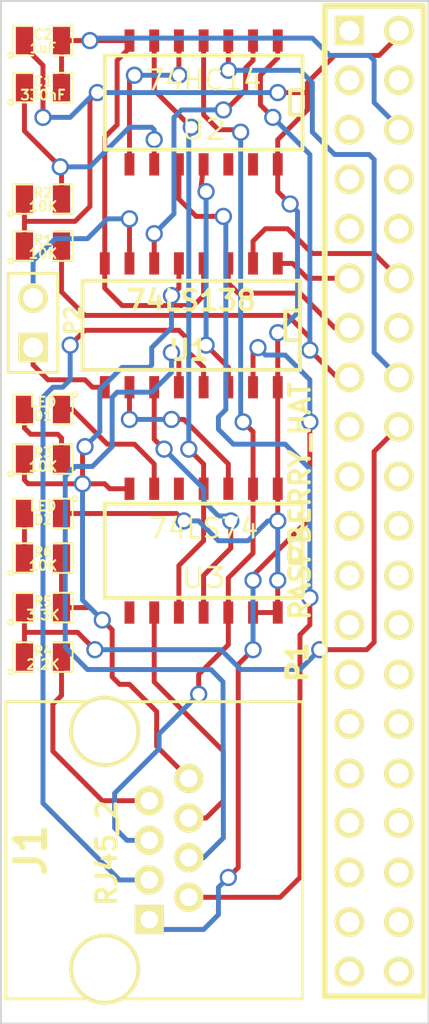
<source format=kicad_pcb>
(kicad_pcb (version 3) (host pcbnew "(22-Jun-2014 BZR 4027)-stable")

  (general
    (links 51)
    (no_connects 0)
    (area 15.418999 13.436599 37.617401 66.090001)
    (thickness 1.6)
    (drawings 4)
    (tracks 363)
    (zones 0)
    (modules 16)
    (nets 28)
  )

  (page A3)
  (layers
    (15 F.Cu signal)
    (0 B.Cu signal)
    (16 B.Adhes user)
    (17 F.Adhes user)
    (18 B.Paste user)
    (19 F.Paste user)
    (20 B.SilkS user)
    (21 F.SilkS user)
    (22 B.Mask user)
    (23 F.Mask user)
    (24 Dwgs.User user)
    (25 Cmts.User user)
    (26 Eco1.User user)
    (27 Eco2.User user)
    (28 Edge.Cuts user)
  )

  (setup
    (last_trace_width 0.254)
    (trace_clearance 0.254)
    (zone_clearance 0.508)
    (zone_45_only no)
    (trace_min 0.254)
    (segment_width 0.2)
    (edge_width 0.1)
    (via_size 0.889)
    (via_drill 0.635)
    (via_min_size 0.889)
    (via_min_drill 0.508)
    (uvia_size 0.508)
    (uvia_drill 0.127)
    (uvias_allowed no)
    (uvia_min_size 0.508)
    (uvia_min_drill 0.127)
    (pcb_text_width 0.3)
    (pcb_text_size 1.5 1.5)
    (mod_edge_width 0.15)
    (mod_text_size 1 1)
    (mod_text_width 0.15)
    (pad_size 1.5 1.5)
    (pad_drill 0.6)
    (pad_to_mask_clearance 0)
    (aux_axis_origin 0 0)
    (visible_elements 7FFFFFFF)
    (pcbplotparams
      (layerselection 3178497)
      (usegerberextensions true)
      (excludeedgelayer true)
      (linewidth 0.150000)
      (plotframeref false)
      (viasonmask false)
      (mode 1)
      (useauxorigin false)
      (hpglpennumber 1)
      (hpglpenspeed 20)
      (hpglpendiameter 15)
      (hpglpenoverlay 2)
      (psnegative false)
      (psa4output false)
      (plotreference true)
      (plotvalue true)
      (plotothertext true)
      (plotinvisibletext false)
      (padsonsilk false)
      (subtractmaskfromsilk false)
      (outputformat 1)
      (mirror false)
      (drillshape 1)
      (scaleselection 1)
      (outputdirectory ""))
  )

  (net 0 "")
  (net 1 +5V)
  (net 2 GND)
  (net 3 N-000001)
  (net 4 N-0000010)
  (net 5 N-0000011)
  (net 6 N-0000012)
  (net 7 N-0000013)
  (net 8 N-0000014)
  (net 9 N-0000015)
  (net 10 N-0000016)
  (net 11 N-0000017)
  (net 12 N-0000018)
  (net 13 N-000002)
  (net 14 N-0000020)
  (net 15 N-0000021)
  (net 16 N-0000022)
  (net 17 N-0000023)
  (net 18 N-000003)
  (net 19 N-0000030)
  (net 20 N-000004)
  (net 21 N-0000044)
  (net 22 N-0000045)
  (net 23 N-000005)
  (net 24 N-000006)
  (net 25 N-000007)
  (net 26 N-000008)
  (net 27 N-000009)

  (net_class Default "This is the default net class."
    (clearance 0.254)
    (trace_width 0.254)
    (via_dia 0.889)
    (via_drill 0.635)
    (uvia_dia 0.508)
    (uvia_drill 0.127)
    (add_net "")
    (add_net +5V)
    (add_net GND)
    (add_net N-000001)
    (add_net N-0000010)
    (add_net N-0000011)
    (add_net N-0000012)
    (add_net N-0000013)
    (add_net N-0000014)
    (add_net N-0000015)
    (add_net N-0000016)
    (add_net N-0000017)
    (add_net N-0000018)
    (add_net N-000002)
    (add_net N-0000020)
    (add_net N-0000021)
    (add_net N-0000022)
    (add_net N-0000023)
    (add_net N-000003)
    (add_net N-0000030)
    (add_net N-000004)
    (add_net N-0000044)
    (add_net N-0000045)
    (add_net N-000005)
    (add_net N-000006)
    (add_net N-000007)
    (add_net N-000008)
    (add_net N-000009)
  )

  (module SO16N (layer F.Cu) (tedit 200000) (tstamp 60DE0448)
    (at 25.273 30.226 180)
    (descr "Module CMS SOJ 16 pins large")
    (tags "CMS SOJ")
    (path /60DCB1DE)
    (attr smd)
    (fp_text reference U1 (at 0.127 -1.27 180) (layer F.SilkS)
      (effects (font (size 1.016 1.016) (thickness 0.2032)))
    )
    (fp_text value 74LS138 (at 0 1.27 180) (layer F.SilkS)
      (effects (font (size 1.016 1.016) (thickness 0.2032)))
    )
    (fp_line (start -5.588 -0.762) (end -4.826 -0.762) (layer F.SilkS) (width 0.2032))
    (fp_line (start -4.826 -0.762) (end -4.826 0.762) (layer F.SilkS) (width 0.2032))
    (fp_line (start -4.826 0.762) (end -5.588 0.762) (layer F.SilkS) (width 0.2032))
    (fp_line (start 5.588 -2.286) (end 5.588 2.286) (layer F.SilkS) (width 0.2032))
    (fp_line (start 5.588 2.286) (end -5.588 2.286) (layer F.SilkS) (width 0.2032))
    (fp_line (start -5.588 2.286) (end -5.588 -2.286) (layer F.SilkS) (width 0.2032))
    (fp_line (start -5.588 -2.286) (end 5.588 -2.286) (layer F.SilkS) (width 0.2032))
    (pad 16 smd rect (at -4.445 -3.175 180) (size 0.508 1.143)
      (layers F.Cu F.Paste F.Mask)
      (net 1 +5V)
    )
    (pad 14 smd rect (at -1.905 -3.175 180) (size 0.508 1.143)
      (layers F.Cu F.Paste F.Mask)
      (net 9 N-0000015)
    )
    (pad 13 smd rect (at -0.635 -3.175 180) (size 0.508 1.143)
      (layers F.Cu F.Paste F.Mask)
      (net 24 N-000006)
    )
    (pad 12 smd rect (at 0.635 -3.175 180) (size 0.508 1.143)
      (layers F.Cu F.Paste F.Mask)
      (net 7 N-0000013)
    )
    (pad 11 smd rect (at 1.905 -3.175 180) (size 0.508 1.143)
      (layers F.Cu F.Paste F.Mask)
      (net 20 N-000004)
    )
    (pad 10 smd rect (at 3.175 -3.175 180) (size 0.508 1.143)
      (layers F.Cu F.Paste F.Mask)
      (net 18 N-000003)
    )
    (pad 9 smd rect (at 4.445 -3.175 180) (size 0.508 1.143)
      (layers F.Cu F.Paste F.Mask)
      (net 12 N-0000018)
    )
    (pad 8 smd rect (at 4.445 3.175 180) (size 0.508 1.143)
      (layers F.Cu F.Paste F.Mask)
      (net 2 GND)
    )
    (pad 7 smd rect (at 3.175 3.175 180) (size 0.508 1.143)
      (layers F.Cu F.Paste F.Mask)
      (net 15 N-0000021)
    )
    (pad 6 smd rect (at 1.905 3.175 180) (size 0.508 1.143)
      (layers F.Cu F.Paste F.Mask)
      (net 4 N-0000010)
    )
    (pad 5 smd rect (at 0.635 3.175 180) (size 0.508 1.143)
      (layers F.Cu F.Paste F.Mask)
      (net 2 GND)
    )
    (pad 4 smd rect (at -0.635 3.175 180) (size 0.508 1.143)
      (layers F.Cu F.Paste F.Mask)
      (net 2 GND)
    )
    (pad 3 smd rect (at -1.905 3.175 180) (size 0.508 1.143)
      (layers F.Cu F.Paste F.Mask)
      (net 21 N-0000044)
    )
    (pad 2 smd rect (at -3.175 3.175 180) (size 0.508 1.143)
      (layers F.Cu F.Paste F.Mask)
      (net 19 N-0000030)
    )
    (pad 1 smd rect (at -4.445 3.175 180) (size 0.508 1.143)
      (layers F.Cu F.Paste F.Mask)
      (net 22 N-0000045)
    )
    (pad 15 smd rect (at -3.175 -3.175 180) (size 0.508 1.143)
      (layers F.Cu F.Paste F.Mask)
      (net 23 N-000005)
    )
    (model smd/cms_so16.wrl
      (at (xyz 0 0 0))
      (scale (xyz 0.5 0.4 0.5))
      (rotate (xyz 0 0 0))
    )
  )

  (module SO14N (layer F.Cu) (tedit 42806FE5) (tstamp 60DE0461)
    (at 25.908 18.923 180)
    (descr "Module CMS SOJ 14 pins Large")
    (tags "CMS SOJ")
    (path /60DCB147)
    (attr smd)
    (fp_text reference U2 (at 0 -1.27 180) (layer F.SilkS)
      (effects (font (size 1.016 1.143) (thickness 0.127)))
    )
    (fp_text value 74HC14 (at 0 1.27 180) (layer F.SilkS)
      (effects (font (size 1.016 1.016) (thickness 0.127)))
    )
    (fp_line (start 5.08 -2.286) (end 5.08 2.54) (layer F.SilkS) (width 0.2032))
    (fp_line (start 5.08 2.54) (end -5.08 2.54) (layer F.SilkS) (width 0.2032))
    (fp_line (start -5.08 2.54) (end -5.08 -2.286) (layer F.SilkS) (width 0.2032))
    (fp_line (start -5.08 -2.286) (end 5.08 -2.286) (layer F.SilkS) (width 0.2032))
    (fp_line (start -5.08 -0.508) (end -4.445 -0.508) (layer F.SilkS) (width 0.2032))
    (fp_line (start -4.445 -0.508) (end -4.445 0.762) (layer F.SilkS) (width 0.2032))
    (fp_line (start -4.445 0.762) (end -5.08 0.762) (layer F.SilkS) (width 0.2032))
    (pad 1 smd rect (at -3.81 3.302 180) (size 0.508 1.143)
      (layers F.Cu F.Paste F.Mask)
      (net 6 N-0000012)
    )
    (pad 2 smd rect (at -2.54 3.302 180) (size 0.508 1.143)
      (layers F.Cu F.Paste F.Mask)
      (net 4 N-0000010)
    )
    (pad 3 smd rect (at -1.27 3.302 180) (size 0.508 1.143)
      (layers F.Cu F.Paste F.Mask)
      (net 27 N-000009)
    )
    (pad 4 smd rect (at 0 3.302 180) (size 0.508 1.143)
      (layers F.Cu F.Paste F.Mask)
      (net 10 N-0000016)
    )
    (pad 5 smd rect (at 1.27 3.302 180) (size 0.508 1.143)
      (layers F.Cu F.Paste F.Mask)
      (net 11 N-0000017)
    )
    (pad 6 smd rect (at 2.54 3.302 180) (size 0.508 1.143)
      (layers F.Cu F.Paste F.Mask)
      (net 17 N-0000023)
    )
    (pad 7 smd rect (at 3.81 3.302 180) (size 0.508 1.143)
      (layers F.Cu F.Paste F.Mask)
      (net 2 GND)
    )
    (pad 8 smd rect (at 3.81 -3.048 180) (size 0.508 1.143)
      (layers F.Cu F.Paste F.Mask)
      (net 11 N-0000017)
    )
    (pad 9 smd rect (at 2.54 -3.048 180) (size 0.508 1.143)
      (layers F.Cu F.Paste F.Mask)
      (net 5 N-0000011)
    )
    (pad 11 smd rect (at 0 -3.048 180) (size 0.508 1.143)
      (layers F.Cu F.Paste F.Mask)
      (net 9 N-0000015)
    )
    (pad 12 smd rect (at -1.27 -3.048 180) (size 0.508 1.143)
      (layers F.Cu F.Paste F.Mask)
    )
    (pad 13 smd rect (at -2.54 -3.048 180) (size 0.508 1.143)
      (layers F.Cu F.Paste F.Mask)
    )
    (pad 14 smd rect (at -3.81 -3.048 180) (size 0.508 1.143)
      (layers F.Cu F.Paste F.Mask)
      (net 1 +5V)
    )
    (pad 10 smd rect (at 1.27 -3.048 180) (size 0.508 1.143)
      (layers F.Cu F.Paste F.Mask)
      (net 8 N-0000014)
    )
    (model smd/cms_so14.wrl
      (at (xyz 0 0 0))
      (scale (xyz 0.5 0.4 0.5))
      (rotate (xyz 0 0 0))
    )
  )

  (module SO14N (layer F.Cu) (tedit 42806FE5) (tstamp 60DE047A)
    (at 25.908 41.91 180)
    (descr "Module CMS SOJ 14 pins Large")
    (tags "CMS SOJ")
    (path /60DCB21B)
    (attr smd)
    (fp_text reference U3 (at 0 -1.27 180) (layer F.SilkS)
      (effects (font (size 1.016 1.143) (thickness 0.127)))
    )
    (fp_text value 74LS74 (at 0 1.27 180) (layer F.SilkS)
      (effects (font (size 1.016 1.016) (thickness 0.127)))
    )
    (fp_line (start 5.08 -2.286) (end 5.08 2.54) (layer F.SilkS) (width 0.2032))
    (fp_line (start 5.08 2.54) (end -5.08 2.54) (layer F.SilkS) (width 0.2032))
    (fp_line (start -5.08 2.54) (end -5.08 -2.286) (layer F.SilkS) (width 0.2032))
    (fp_line (start -5.08 -2.286) (end 5.08 -2.286) (layer F.SilkS) (width 0.2032))
    (fp_line (start -5.08 -0.508) (end -4.445 -0.508) (layer F.SilkS) (width 0.2032))
    (fp_line (start -4.445 -0.508) (end -4.445 0.762) (layer F.SilkS) (width 0.2032))
    (fp_line (start -4.445 0.762) (end -5.08 0.762) (layer F.SilkS) (width 0.2032))
    (pad 1 smd rect (at -3.81 3.302 180) (size 0.508 1.143)
      (layers F.Cu F.Paste F.Mask)
      (net 1 +5V)
    )
    (pad 2 smd rect (at -2.54 3.302 180) (size 0.508 1.143)
      (layers F.Cu F.Paste F.Mask)
      (net 10 N-0000016)
    )
    (pad 3 smd rect (at -1.27 3.302 180) (size 0.508 1.143)
      (layers F.Cu F.Paste F.Mask)
      (net 18 N-000003)
    )
    (pad 4 smd rect (at 0 3.302 180) (size 0.508 1.143)
      (layers F.Cu F.Paste F.Mask)
      (net 17 N-0000023)
    )
    (pad 5 smd rect (at 1.27 3.302 180) (size 0.508 1.143)
      (layers F.Cu F.Paste F.Mask)
    )
    (pad 6 smd rect (at 2.54 3.302 180) (size 0.508 1.143)
      (layers F.Cu F.Paste F.Mask)
      (net 13 N-000002)
    )
    (pad 7 smd rect (at 3.81 3.302 180) (size 0.508 1.143)
      (layers F.Cu F.Paste F.Mask)
      (net 2 GND)
    )
    (pad 8 smd rect (at 3.81 -3.048 180) (size 0.508 1.143)
      (layers F.Cu F.Paste F.Mask)
    )
    (pad 9 smd rect (at 2.54 -3.048 180) (size 0.508 1.143)
      (layers F.Cu F.Paste F.Mask)
      (net 16 N-0000022)
    )
    (pad 11 smd rect (at 0 -3.048 180) (size 0.508 1.143)
      (layers F.Cu F.Paste F.Mask)
      (net 20 N-000004)
    )
    (pad 12 smd rect (at -1.27 -3.048 180) (size 0.508 1.143)
      (layers F.Cu F.Paste F.Mask)
      (net 10 N-0000016)
    )
    (pad 13 smd rect (at -2.54 -3.048 180) (size 0.508 1.143)
      (layers F.Cu F.Paste F.Mask)
      (net 1 +5V)
    )
    (pad 14 smd rect (at -3.81 -3.048 180) (size 0.508 1.143)
      (layers F.Cu F.Paste F.Mask)
      (net 1 +5V)
    )
    (pad 10 smd rect (at 1.27 -3.048 180) (size 0.508 1.143)
      (layers F.Cu F.Paste F.Mask)
      (net 17 N-0000023)
    )
    (model smd/cms_so14.wrl
      (at (xyz 0 0 0))
      (scale (xyz 0.5 0.4 0.5))
      (rotate (xyz 0 0 0))
    )
  )

  (module SM0805 (layer F.Cu) (tedit 5091495C) (tstamp 60DE0487)
    (at 17.653 26.162)
    (path /60DCB2BA)
    (attr smd)
    (fp_text reference R1 (at 0 -0.3175) (layer F.SilkS)
      (effects (font (size 0.50038 0.50038) (thickness 0.10922)))
    )
    (fp_text value 10K (at 0 0.381) (layer F.SilkS)
      (effects (font (size 0.50038 0.50038) (thickness 0.10922)))
    )
    (fp_circle (center -1.651 0.762) (end -1.651 0.635) (layer F.SilkS) (width 0.09906))
    (fp_line (start -0.508 0.762) (end -1.524 0.762) (layer F.SilkS) (width 0.09906))
    (fp_line (start -1.524 0.762) (end -1.524 -0.762) (layer F.SilkS) (width 0.09906))
    (fp_line (start -1.524 -0.762) (end -0.508 -0.762) (layer F.SilkS) (width 0.09906))
    (fp_line (start 0.508 -0.762) (end 1.524 -0.762) (layer F.SilkS) (width 0.09906))
    (fp_line (start 1.524 -0.762) (end 1.524 0.762) (layer F.SilkS) (width 0.09906))
    (fp_line (start 1.524 0.762) (end 0.508 0.762) (layer F.SilkS) (width 0.09906))
    (pad 1 smd rect (at -0.9525 0) (size 0.889 1.397)
      (layers F.Cu F.Paste F.Mask)
      (net 1 +5V)
    )
    (pad 2 smd rect (at 0.9525 0) (size 0.889 1.397)
      (layers F.Cu F.Paste F.Mask)
      (net 6 N-0000012)
    )
    (model smd/chip_cms.wrl
      (at (xyz 0 0 0))
      (scale (xyz 0.1 0.1 0.1))
      (rotate (xyz 0 0 0))
    )
  )

  (module SM0805 (layer F.Cu) (tedit 5091495C) (tstamp 60DE0494)
    (at 17.653 44.704)
    (path /60DCB2C9)
    (attr smd)
    (fp_text reference R5 (at 0 -0.3175) (layer F.SilkS)
      (effects (font (size 0.50038 0.50038) (thickness 0.10922)))
    )
    (fp_text value 3.3K (at 0 0.381) (layer F.SilkS)
      (effects (font (size 0.50038 0.50038) (thickness 0.10922)))
    )
    (fp_circle (center -1.651 0.762) (end -1.651 0.635) (layer F.SilkS) (width 0.09906))
    (fp_line (start -0.508 0.762) (end -1.524 0.762) (layer F.SilkS) (width 0.09906))
    (fp_line (start -1.524 0.762) (end -1.524 -0.762) (layer F.SilkS) (width 0.09906))
    (fp_line (start -1.524 -0.762) (end -0.508 -0.762) (layer F.SilkS) (width 0.09906))
    (fp_line (start 0.508 -0.762) (end 1.524 -0.762) (layer F.SilkS) (width 0.09906))
    (fp_line (start 1.524 -0.762) (end 1.524 0.762) (layer F.SilkS) (width 0.09906))
    (fp_line (start 1.524 0.762) (end 0.508 0.762) (layer F.SilkS) (width 0.09906))
    (pad 1 smd rect (at -0.9525 0) (size 0.889 1.397)
      (layers F.Cu F.Paste F.Mask)
      (net 25 N-000007)
    )
    (pad 2 smd rect (at 0.9525 0) (size 0.889 1.397)
      (layers F.Cu F.Paste F.Mask)
      (net 2 GND)
    )
    (model smd/chip_cms.wrl
      (at (xyz 0 0 0))
      (scale (xyz 0.1 0.1 0.1))
      (rotate (xyz 0 0 0))
    )
  )

  (module SM0805 (layer F.Cu) (tedit 5091495C) (tstamp 60DE04AE)
    (at 17.653 37.084)
    (path /60DCB2E7)
    (attr smd)
    (fp_text reference R3 (at 0 -0.3175) (layer F.SilkS)
      (effects (font (size 0.50038 0.50038) (thickness 0.10922)))
    )
    (fp_text value 10K (at 0 0.381) (layer F.SilkS)
      (effects (font (size 0.50038 0.50038) (thickness 0.10922)))
    )
    (fp_circle (center -1.651 0.762) (end -1.651 0.635) (layer F.SilkS) (width 0.09906))
    (fp_line (start -0.508 0.762) (end -1.524 0.762) (layer F.SilkS) (width 0.09906))
    (fp_line (start -1.524 0.762) (end -1.524 -0.762) (layer F.SilkS) (width 0.09906))
    (fp_line (start -1.524 -0.762) (end -0.508 -0.762) (layer F.SilkS) (width 0.09906))
    (fp_line (start 0.508 -0.762) (end 1.524 -0.762) (layer F.SilkS) (width 0.09906))
    (fp_line (start 1.524 -0.762) (end 1.524 0.762) (layer F.SilkS) (width 0.09906))
    (fp_line (start 1.524 0.762) (end 0.508 0.762) (layer F.SilkS) (width 0.09906))
    (pad 1 smd rect (at -0.9525 0) (size 0.889 1.397)
      (layers F.Cu F.Paste F.Mask)
      (net 2 GND)
    )
    (pad 2 smd rect (at 0.9525 0) (size 0.889 1.397)
      (layers F.Cu F.Paste F.Mask)
      (net 3 N-000001)
    )
    (model smd/chip_cms.wrl
      (at (xyz 0 0 0))
      (scale (xyz 0.1 0.1 0.1))
      (rotate (xyz 0 0 0))
    )
  )

  (module SM0805 (layer F.Cu) (tedit 5091495C) (tstamp 60DE04BB)
    (at 17.653 42.164)
    (path /610E0C25)
    (attr smd)
    (fp_text reference R6 (at 0 -0.3175) (layer F.SilkS)
      (effects (font (size 0.50038 0.50038) (thickness 0.10922)))
    )
    (fp_text value 10K (at 0 0.381) (layer F.SilkS)
      (effects (font (size 0.50038 0.50038) (thickness 0.10922)))
    )
    (fp_circle (center -1.651 0.762) (end -1.651 0.635) (layer F.SilkS) (width 0.09906))
    (fp_line (start -0.508 0.762) (end -1.524 0.762) (layer F.SilkS) (width 0.09906))
    (fp_line (start -1.524 0.762) (end -1.524 -0.762) (layer F.SilkS) (width 0.09906))
    (fp_line (start -1.524 -0.762) (end -0.508 -0.762) (layer F.SilkS) (width 0.09906))
    (fp_line (start 0.508 -0.762) (end 1.524 -0.762) (layer F.SilkS) (width 0.09906))
    (fp_line (start 1.524 -0.762) (end 1.524 0.762) (layer F.SilkS) (width 0.09906))
    (fp_line (start 1.524 0.762) (end 0.508 0.762) (layer F.SilkS) (width 0.09906))
    (pad 1 smd rect (at -0.9525 0) (size 0.889 1.397)
      (layers F.Cu F.Paste F.Mask)
      (net 14 N-0000020)
    )
    (pad 2 smd rect (at 0.9525 0) (size 0.889 1.397)
      (layers F.Cu F.Paste F.Mask)
      (net 2 GND)
    )
    (model smd/chip_cms.wrl
      (at (xyz 0 0 0))
      (scale (xyz 0.1 0.1 0.1))
      (rotate (xyz 0 0 0))
    )
  )

  (module SM0805 (layer F.Cu) (tedit 5091495C) (tstamp 60DE04C8)
    (at 17.653 34.544 180)
    (path /60DCB305)
    (attr smd)
    (fp_text reference D1 (at 0 -0.3175 180) (layer F.SilkS)
      (effects (font (size 0.50038 0.50038) (thickness 0.10922)))
    )
    (fp_text value LED (at 0 0.381 180) (layer F.SilkS)
      (effects (font (size 0.50038 0.50038) (thickness 0.10922)))
    )
    (fp_circle (center -1.651 0.762) (end -1.651 0.635) (layer F.SilkS) (width 0.09906))
    (fp_line (start -0.508 0.762) (end -1.524 0.762) (layer F.SilkS) (width 0.09906))
    (fp_line (start -1.524 0.762) (end -1.524 -0.762) (layer F.SilkS) (width 0.09906))
    (fp_line (start -1.524 -0.762) (end -0.508 -0.762) (layer F.SilkS) (width 0.09906))
    (fp_line (start 0.508 -0.762) (end 1.524 -0.762) (layer F.SilkS) (width 0.09906))
    (fp_line (start 1.524 -0.762) (end 1.524 0.762) (layer F.SilkS) (width 0.09906))
    (fp_line (start 1.524 0.762) (end 0.508 0.762) (layer F.SilkS) (width 0.09906))
    (pad 1 smd rect (at -0.9525 0 180) (size 0.889 1.397)
      (layers F.Cu F.Paste F.Mask)
      (net 13 N-000002)
    )
    (pad 2 smd rect (at 0.9525 0 180) (size 0.889 1.397)
      (layers F.Cu F.Paste F.Mask)
      (net 3 N-000001)
    )
    (model smd/chip_cms.wrl
      (at (xyz 0 0 0))
      (scale (xyz 0.1 0.1 0.1))
      (rotate (xyz 0 0 0))
    )
  )

  (module SM0805 (layer F.Cu) (tedit 5091495C) (tstamp 60DE04D5)
    (at 17.653 23.749)
    (path /60DCB314)
    (attr smd)
    (fp_text reference R2 (at 0 -0.3175) (layer F.SilkS)
      (effects (font (size 0.50038 0.50038) (thickness 0.10922)))
    )
    (fp_text value 10K (at 0 0.381) (layer F.SilkS)
      (effects (font (size 0.50038 0.50038) (thickness 0.10922)))
    )
    (fp_circle (center -1.651 0.762) (end -1.651 0.635) (layer F.SilkS) (width 0.09906))
    (fp_line (start -0.508 0.762) (end -1.524 0.762) (layer F.SilkS) (width 0.09906))
    (fp_line (start -1.524 0.762) (end -1.524 -0.762) (layer F.SilkS) (width 0.09906))
    (fp_line (start -1.524 -0.762) (end -0.508 -0.762) (layer F.SilkS) (width 0.09906))
    (fp_line (start 0.508 -0.762) (end 1.524 -0.762) (layer F.SilkS) (width 0.09906))
    (fp_line (start 1.524 -0.762) (end 1.524 0.762) (layer F.SilkS) (width 0.09906))
    (fp_line (start 1.524 0.762) (end 0.508 0.762) (layer F.SilkS) (width 0.09906))
    (pad 1 smd rect (at -0.9525 0) (size 0.889 1.397)
      (layers F.Cu F.Paste F.Mask)
      (net 1 +5V)
    )
    (pad 2 smd rect (at 0.9525 0) (size 0.889 1.397)
      (layers F.Cu F.Paste F.Mask)
      (net 5 N-0000011)
    )
    (model smd/chip_cms.wrl
      (at (xyz 0 0 0))
      (scale (xyz 0.1 0.1 0.1))
      (rotate (xyz 0 0 0))
    )
  )

  (module SM0805 (layer F.Cu) (tedit 5091495C) (tstamp 60DE04E2)
    (at 17.653 47.244)
    (path /60DCC10C)
    (attr smd)
    (fp_text reference R4 (at 0 -0.3175) (layer F.SilkS)
      (effects (font (size 0.50038 0.50038) (thickness 0.10922)))
    )
    (fp_text value 2.2K (at 0 0.381) (layer F.SilkS)
      (effects (font (size 0.50038 0.50038) (thickness 0.10922)))
    )
    (fp_circle (center -1.651 0.762) (end -1.651 0.635) (layer F.SilkS) (width 0.09906))
    (fp_line (start -0.508 0.762) (end -1.524 0.762) (layer F.SilkS) (width 0.09906))
    (fp_line (start -1.524 0.762) (end -1.524 -0.762) (layer F.SilkS) (width 0.09906))
    (fp_line (start -1.524 -0.762) (end -0.508 -0.762) (layer F.SilkS) (width 0.09906))
    (fp_line (start 0.508 -0.762) (end 1.524 -0.762) (layer F.SilkS) (width 0.09906))
    (fp_line (start 1.524 -0.762) (end 1.524 0.762) (layer F.SilkS) (width 0.09906))
    (fp_line (start 1.524 0.762) (end 0.508 0.762) (layer F.SilkS) (width 0.09906))
    (pad 1 smd rect (at -0.9525 0) (size 0.889 1.397)
      (layers F.Cu F.Paste F.Mask)
      (net 25 N-000007)
    )
    (pad 2 smd rect (at 0.9525 0) (size 0.889 1.397)
      (layers F.Cu F.Paste F.Mask)
      (net 26 N-000008)
    )
    (model smd/chip_cms.wrl
      (at (xyz 0 0 0))
      (scale (xyz 0.1 0.1 0.1))
      (rotate (xyz 0 0 0))
    )
  )

  (module RJ45_8_io0 (layer F.Cu) (tedit 5E9D6976) (tstamp 60DE04F4)
    (at 20.828 57.15 270)
    (tags RJ45_8_io0)
    (path /60DCB7A3)
    (fp_text reference J1 (at 0 3.81 270) (layer F.SilkS)
      (effects (font (size 1.524 1.524) (thickness 0.3048)))
    )
    (fp_text value RJ45_2 (at 0.14224 -0.1016 270) (layer F.SilkS)
      (effects (font (size 1.00076 1.00076) (thickness 0.2032)))
    )
    (fp_line (start 7.62 -10.16) (end 7.62 5.08) (layer F.SilkS) (width 0.15))
    (fp_line (start -7.62 5.08) (end 7.62 5.08) (layer F.SilkS) (width 0.15))
    (fp_line (start -7.62 -10.16) (end -7.62 5.08) (layer F.SilkS) (width 0.15))
    (fp_line (start 7.62 -10.16) (end -7.62 -10.16) (layer F.SilkS) (width 0.127))
    (pad Hole thru_hole circle (at 6.096 0 270) (size 3.64998 3.64998) (drill 3.2512)
      (layers *.Cu *.Mask F.SilkS)
    )
    (pad Hole thru_hole circle (at -6.096 0 270) (size 3.64998 3.64998) (drill 3.2512)
      (layers *.Cu *.Mask F.SilkS)
    )
    (pad 1 thru_hole rect (at 3.556 -2.286 90) (size 1.50114 1.50114) (drill 0.89916)
      (layers *.Cu *.Mask F.SilkS)
      (net 23 N-000005)
    )
    (pad 2 thru_hole circle (at 2.413 -4.318 90) (size 1.50114 1.50114) (drill 0.89916)
      (layers *.Cu *.Mask F.SilkS)
      (net 8 N-0000014)
    )
    (pad 3 thru_hole circle (at 1.524 -2.286 90) (size 1.50114 1.50114) (drill 0.89916)
      (layers *.Cu *.Mask F.SilkS)
      (net 24 N-000006)
    )
    (pad 4 thru_hole circle (at 0.381 -4.318 90) (size 1.50114 1.50114) (drill 0.89916)
      (layers *.Cu *.Mask F.SilkS)
      (net 7 N-0000013)
    )
    (pad 5 thru_hole circle (at -0.508 -2.286 90) (size 1.50114 1.50114) (drill 0.89916)
      (layers *.Cu *.Mask F.SilkS)
      (net 10 N-0000016)
    )
    (pad 6 thru_hole circle (at -1.651 -4.318 90) (size 1.50114 1.50114) (drill 0.89916)
      (layers *.Cu *.Mask F.SilkS)
      (net 16 N-0000022)
    )
    (pad 7 thru_hole circle (at -2.54 -2.286 90) (size 1.50114 1.50114) (drill 0.89916)
      (layers *.Cu *.Mask F.SilkS)
      (net 26 N-000008)
    )
    (pad 8 thru_hole circle (at -3.683 -4.318 90) (size 1.50114 1.50114) (drill 0.89916)
      (layers *.Cu *.Mask F.SilkS)
      (net 2 GND)
    )
    (model connectors/RJ45_8.wrl
      (at (xyz 0 0 0))
      (scale (xyz 0.4 0.4 0.4))
      (rotate (xyz 0 0 0))
    )
  )

  (module PIN_ARRAY_20X2 (layer F.Cu) (tedit 60DE0739) (tstamp 60DE0524)
    (at 34.671 39.243 270)
    (descr "Double rangee de contacts 2 x 12 pins")
    (tags CONN)
    (path /60DCB28D)
    (fp_text reference P1 (at 8.255 3.937 270) (layer F.SilkS)
      (effects (font (size 1.016 1.016) (thickness 0.27432)))
    )
    (fp_text value RASPBERRY_HAT (at 0 3.81 270) (layer F.SilkS)
      (effects (font (size 1.016 1.016) (thickness 0.2032)))
    )
    (fp_line (start 25.4 2.54) (end -25.4 2.54) (layer F.SilkS) (width 0.3048))
    (fp_line (start 25.4 -2.54) (end -25.4 -2.54) (layer F.SilkS) (width 0.3048))
    (fp_line (start 25.4 -2.54) (end 25.4 2.54) (layer F.SilkS) (width 0.3048))
    (fp_line (start -25.4 -2.54) (end -25.4 2.54) (layer F.SilkS) (width 0.3048))
    (pad 1 thru_hole rect (at -24.13 1.27 270) (size 1.524 1.524) (drill 1.016)
      (layers *.Cu *.Mask F.SilkS)
    )
    (pad 2 thru_hole circle (at -24.13 -1.27 270) (size 1.524 1.524) (drill 1.016)
      (layers *.Cu *.Mask F.SilkS)
      (net 1 +5V)
    )
    (pad 11 thru_hole circle (at -11.43 1.27 270) (size 1.524 1.524) (drill 1.016)
      (layers *.Cu *.Mask F.SilkS)
      (net 22 N-0000045)
    )
    (pad 4 thru_hole circle (at -21.59 -1.27 270) (size 1.524 1.524) (drill 1.016)
      (layers *.Cu *.Mask F.SilkS)
    )
    (pad 13 thru_hole circle (at -8.89 1.27 270) (size 1.524 1.524) (drill 1.016)
      (layers *.Cu *.Mask F.SilkS)
      (net 21 N-0000044)
    )
    (pad 6 thru_hole circle (at -19.05 -1.27 270) (size 1.524 1.524) (drill 1.016)
      (layers *.Cu *.Mask F.SilkS)
      (net 2 GND)
    )
    (pad 15 thru_hole circle (at -6.35 1.27 270) (size 1.524 1.524) (drill 1.016)
      (layers *.Cu *.Mask F.SilkS)
      (net 6 N-0000012)
    )
    (pad 8 thru_hole circle (at -16.51 -1.27 270) (size 1.524 1.524) (drill 1.016)
      (layers *.Cu *.Mask F.SilkS)
    )
    (pad 17 thru_hole circle (at -3.81 1.27 270) (size 1.524 1.524) (drill 1.016)
      (layers *.Cu *.Mask F.SilkS)
    )
    (pad 10 thru_hole circle (at -13.97 -1.27 270) (size 1.524 1.524) (drill 1.016)
      (layers *.Cu *.Mask F.SilkS)
    )
    (pad 19 thru_hole circle (at -1.27 1.27 270) (size 1.524 1.524) (drill 1.016)
      (layers *.Cu *.Mask F.SilkS)
    )
    (pad 12 thru_hole circle (at -11.43 -1.27 270) (size 1.524 1.524) (drill 1.016)
      (layers *.Cu *.Mask F.SilkS)
      (net 19 N-0000030)
    )
    (pad 21 thru_hole circle (at 1.27 1.27 270) (size 1.524 1.524) (drill 1.016)
      (layers *.Cu *.Mask F.SilkS)
    )
    (pad 14 thru_hole circle (at -8.89 -1.27 270) (size 1.524 1.524) (drill 1.016)
      (layers *.Cu *.Mask F.SilkS)
    )
    (pad 23 thru_hole circle (at 3.81 1.27 270) (size 1.524 1.524) (drill 1.016)
      (layers *.Cu *.Mask F.SilkS)
    )
    (pad 16 thru_hole circle (at -6.35 -1.27 270) (size 1.524 1.524) (drill 1.016)
      (layers *.Cu *.Mask F.SilkS)
      (net 27 N-000009)
    )
    (pad 25 thru_hole circle (at 6.35 1.27 270) (size 1.524 1.524) (drill 1.016)
      (layers *.Cu *.Mask F.SilkS)
    )
    (pad 18 thru_hole circle (at -3.81 -1.27 270) (size 1.524 1.524) (drill 1.016)
      (layers *.Cu *.Mask F.SilkS)
      (net 25 N-000007)
    )
    (pad 27 thru_hole circle (at 8.89 1.27 270) (size 1.524 1.524) (drill 1.016)
      (layers *.Cu *.Mask F.SilkS)
    )
    (pad 20 thru_hole circle (at -1.27 -1.27 270) (size 1.524 1.524) (drill 1.016)
      (layers *.Cu *.Mask F.SilkS)
    )
    (pad 29 thru_hole circle (at 11.43 1.27 270) (size 1.524 1.524) (drill 1.016)
      (layers *.Cu *.Mask F.SilkS)
    )
    (pad 22 thru_hole circle (at 1.27 -1.27 270) (size 1.524 1.524) (drill 1.016)
      (layers *.Cu *.Mask F.SilkS)
    )
    (pad 31 thru_hole circle (at 13.97 1.27 270) (size 1.524 1.524) (drill 1.016)
      (layers *.Cu *.Mask F.SilkS)
    )
    (pad 24 thru_hole circle (at 3.81 -1.27 270) (size 1.524 1.524) (drill 1.016)
      (layers *.Cu *.Mask F.SilkS)
    )
    (pad 26 thru_hole circle (at 6.35 -1.27 270) (size 1.524 1.524) (drill 1.016)
      (layers *.Cu *.Mask F.SilkS)
    )
    (pad 33 thru_hole circle (at 16.51 1.27 270) (size 1.524 1.524) (drill 1.016)
      (layers *.Cu *.Mask F.SilkS)
    )
    (pad 28 thru_hole circle (at 8.89 -1.27 270) (size 1.524 1.524) (drill 1.016)
      (layers *.Cu *.Mask F.SilkS)
    )
    (pad 32 thru_hole circle (at 13.97 -1.27 270) (size 1.524 1.524) (drill 1.016)
      (layers *.Cu *.Mask F.SilkS)
    )
    (pad 34 thru_hole circle (at 16.51 -1.27 270) (size 1.524 1.524) (drill 1.016)
      (layers *.Cu *.Mask F.SilkS)
    )
    (pad 36 thru_hole circle (at 19.05 -1.27 270) (size 1.524 1.524) (drill 1.016)
      (layers *.Cu *.Mask F.SilkS)
    )
    (pad 38 thru_hole circle (at 21.59 -1.27 270) (size 1.524 1.524) (drill 1.016)
      (layers *.Cu *.Mask F.SilkS)
    )
    (pad 35 thru_hole circle (at 19.05 1.27 270) (size 1.524 1.524) (drill 1.016)
      (layers *.Cu *.Mask F.SilkS)
    )
    (pad 37 thru_hole circle (at 21.59 1.27 270) (size 1.524 1.524) (drill 1.016)
      (layers *.Cu *.Mask F.SilkS)
    )
    (pad 3 thru_hole circle (at -21.59 1.27 270) (size 1.524 1.524) (drill 1.016)
      (layers *.Cu *.Mask F.SilkS)
    )
    (pad 5 thru_hole circle (at -19.05 1.27 270) (size 1.524 1.524) (drill 1.016)
      (layers *.Cu *.Mask F.SilkS)
    )
    (pad 7 thru_hole circle (at -16.51 1.27 270) (size 1.524 1.524) (drill 1.016)
      (layers *.Cu *.Mask F.SilkS)
    )
    (pad 9 thru_hole circle (at -13.97 1.27 270) (size 1.524 1.524) (drill 1.016)
      (layers *.Cu *.Mask F.SilkS)
    )
    (pad 39 thru_hole circle (at 24.13 1.27 270) (size 1.524 1.524) (drill 1.016)
      (layers *.Cu *.Mask F.SilkS)
    )
    (pad 40 thru_hole circle (at 24.13 -1.27 270) (size 1.524 1.524) (drill 1.016)
      (layers *.Cu *.Mask F.SilkS)
    )
    (pad 30 thru_hole circle (at 11.43 -1.27 270) (size 1.524 1.524) (drill 1.016)
      (layers *.Cu *.Mask F.SilkS)
    )
    (model pin_array/pins_array_20x2.wrl
      (at (xyz 0 0 0))
      (scale (xyz 1 1 1))
      (rotate (xyz 0 0 0))
    )
  )

  (module PIN_ARRAY_2X1 (layer F.Cu) (tedit 610E13CE) (tstamp 61098646)
    (at 17.145 30.099 90)
    (descr "Connecteurs 2 pins")
    (tags "CONN DEV")
    (path /6109862A)
    (fp_text reference P2 (at 0.127 2.032 90) (layer F.SilkS)
      (effects (font (size 0.762 0.762) (thickness 0.1524)))
    )
    (fp_text value CONN_2 (at 0 1.016 90) (layer F.SilkS) hide
      (effects (font (size 0.762 0.762) (thickness 0.1524)))
    )
    (fp_line (start -2.54 1.27) (end -2.54 -1.27) (layer F.SilkS) (width 0.1524))
    (fp_line (start -2.54 -1.27) (end 2.54 -1.27) (layer F.SilkS) (width 0.1524))
    (fp_line (start 2.54 -1.27) (end 2.54 1.27) (layer F.SilkS) (width 0.1524))
    (fp_line (start 2.54 1.27) (end -2.54 1.27) (layer F.SilkS) (width 0.1524))
    (pad 1 thru_hole rect (at -1.27 0 90) (size 1.524 1.524) (drill 1.016)
      (layers *.Cu *.Mask F.SilkS)
      (net 12 N-0000018)
    )
    (pad 2 thru_hole circle (at 1.27 0 90) (size 1.524 1.524) (drill 1.016)
      (layers *.Cu *.Mask F.SilkS)
      (net 15 N-0000021)
    )
    (model pin_array/pins_array_2x1.wrl
      (at (xyz 0 0 0))
      (scale (xyz 1 1 1))
      (rotate (xyz 0 0 0))
    )
  )

  (module SM0805 (layer F.Cu) (tedit 5091495C) (tstamp 610E0D5F)
    (at 17.653 39.878 180)
    (path /610E0C16)
    (attr smd)
    (fp_text reference D2 (at 0 -0.3175 180) (layer F.SilkS)
      (effects (font (size 0.50038 0.50038) (thickness 0.10922)))
    )
    (fp_text value LED (at 0 0.381 180) (layer F.SilkS)
      (effects (font (size 0.50038 0.50038) (thickness 0.10922)))
    )
    (fp_circle (center -1.651 0.762) (end -1.651 0.635) (layer F.SilkS) (width 0.09906))
    (fp_line (start -0.508 0.762) (end -1.524 0.762) (layer F.SilkS) (width 0.09906))
    (fp_line (start -1.524 0.762) (end -1.524 -0.762) (layer F.SilkS) (width 0.09906))
    (fp_line (start -1.524 -0.762) (end -0.508 -0.762) (layer F.SilkS) (width 0.09906))
    (fp_line (start 0.508 -0.762) (end 1.524 -0.762) (layer F.SilkS) (width 0.09906))
    (fp_line (start 1.524 -0.762) (end 1.524 0.762) (layer F.SilkS) (width 0.09906))
    (fp_line (start 1.524 0.762) (end 0.508 0.762) (layer F.SilkS) (width 0.09906))
    (pad 1 smd rect (at -0.9525 0 180) (size 0.889 1.397)
      (layers F.Cu F.Paste F.Mask)
      (net 1 +5V)
    )
    (pad 2 smd rect (at 0.9525 0 180) (size 0.889 1.397)
      (layers F.Cu F.Paste F.Mask)
      (net 14 N-0000020)
    )
    (model smd/chip_cms.wrl
      (at (xyz 0 0 0))
      (scale (xyz 0.1 0.1 0.1))
      (rotate (xyz 0 0 0))
    )
  )

  (module SM0805 (layer F.Cu) (tedit 5091495C) (tstamp 610E0FF9)
    (at 17.653 15.621)
    (path /60E96E76)
    (attr smd)
    (fp_text reference C2 (at 0 -0.3175) (layer F.SilkS)
      (effects (font (size 0.50038 0.50038) (thickness 0.10922)))
    )
    (fp_text value 1uF (at 0 0.381) (layer F.SilkS)
      (effects (font (size 0.50038 0.50038) (thickness 0.10922)))
    )
    (fp_circle (center -1.651 0.762) (end -1.651 0.635) (layer F.SilkS) (width 0.09906))
    (fp_line (start -0.508 0.762) (end -1.524 0.762) (layer F.SilkS) (width 0.09906))
    (fp_line (start -1.524 0.762) (end -1.524 -0.762) (layer F.SilkS) (width 0.09906))
    (fp_line (start -1.524 -0.762) (end -0.508 -0.762) (layer F.SilkS) (width 0.09906))
    (fp_line (start 0.508 -0.762) (end 1.524 -0.762) (layer F.SilkS) (width 0.09906))
    (fp_line (start 1.524 -0.762) (end 1.524 0.762) (layer F.SilkS) (width 0.09906))
    (fp_line (start 1.524 0.762) (end 0.508 0.762) (layer F.SilkS) (width 0.09906))
    (pad 1 smd rect (at -0.9525 0) (size 0.889 1.397)
      (layers F.Cu F.Paste F.Mask)
      (net 1 +5V)
    )
    (pad 2 smd rect (at 0.9525 0) (size 0.889 1.397)
      (layers F.Cu F.Paste F.Mask)
      (net 2 GND)
    )
    (model smd/chip_cms.wrl
      (at (xyz 0 0 0))
      (scale (xyz 0.1 0.1 0.1))
      (rotate (xyz 0 0 0))
    )
  )

  (module SM0805 (layer F.Cu) (tedit 5091495C) (tstamp 60DE052E)
    (at 17.653 18.034)
    (path /60DCB332)
    (attr smd)
    (fp_text reference C1 (at 0 -0.3175) (layer F.SilkS)
      (effects (font (size 0.50038 0.50038) (thickness 0.10922)))
    )
    (fp_text value 330nF (at 0 0.381) (layer F.SilkS)
      (effects (font (size 0.50038 0.50038) (thickness 0.10922)))
    )
    (fp_circle (center -1.651 0.762) (end -1.651 0.635) (layer F.SilkS) (width 0.09906))
    (fp_line (start -0.508 0.762) (end -1.524 0.762) (layer F.SilkS) (width 0.09906))
    (fp_line (start -1.524 0.762) (end -1.524 -0.762) (layer F.SilkS) (width 0.09906))
    (fp_line (start -1.524 -0.762) (end -0.508 -0.762) (layer F.SilkS) (width 0.09906))
    (fp_line (start 0.508 -0.762) (end 1.524 -0.762) (layer F.SilkS) (width 0.09906))
    (fp_line (start 1.524 -0.762) (end 1.524 0.762) (layer F.SilkS) (width 0.09906))
    (fp_line (start 1.524 0.762) (end 0.508 0.762) (layer F.SilkS) (width 0.09906))
    (pad 1 smd rect (at -0.9525 0) (size 0.889 1.397)
      (layers F.Cu F.Paste F.Mask)
      (net 5 N-0000011)
    )
    (pad 2 smd rect (at 0.9525 0) (size 0.889 1.397)
      (layers F.Cu F.Paste F.Mask)
      (net 2 GND)
    )
    (model smd/chip_cms.wrl
      (at (xyz 0 0 0))
      (scale (xyz 0.1 0.1 0.1))
      (rotate (xyz 0 0 0))
    )
  )

  (gr_line (start 37.465 66.04) (end 37.465 13.589) (angle 90) (layer Edge.Cuts) (width 0.1))
  (gr_line (start 15.494 66.04) (end 37.465 66.04) (angle 90) (layer Edge.Cuts) (width 0.1))
  (gr_line (start 15.494 13.589) (end 15.494 66.04) (angle 90) (layer Edge.Cuts) (width 0.1))
  (gr_line (start 37.465 13.589) (end 15.494 13.589) (angle 90) (layer Edge.Cuts) (width 0.1))

  (segment (start 29.718 40.259) (end 29.21 40.259) (width 0.254) (layer B.Cu) (net 1))
  (segment (start 24.511 39.878) (end 18.6055 39.878) (width 0.254) (layer F.Cu) (net 1) (tstamp 610E1349))
  (segment (start 24.892 40.259) (end 24.511 39.878) (width 0.254) (layer F.Cu) (net 1) (tstamp 610E1348))
  (via (at 24.892 40.259) (size 0.889) (layers F.Cu B.Cu) (net 1))
  (segment (start 25.654 40.259) (end 24.892 40.259) (width 0.254) (layer B.Cu) (net 1) (tstamp 610E133B))
  (segment (start 26.67 41.275) (end 25.654 40.259) (width 0.254) (layer B.Cu) (net 1) (tstamp 610E1338))
  (segment (start 28.194 41.275) (end 26.67 41.275) (width 0.254) (layer B.Cu) (net 1) (tstamp 610E1332))
  (segment (start 29.21 40.259) (end 28.194 41.275) (width 0.254) (layer B.Cu) (net 1) (tstamp 610E132C))
  (segment (start 20.447 18.288) (end 20.32 18.288) (width 0.254) (layer B.Cu) (net 1))
  (segment (start 16.7005 15.9385) (end 16.7005 15.621) (width 0.254) (layer F.Cu) (net 1) (tstamp 610E1264))
  (segment (start 17.653 16.891) (end 16.7005 15.9385) (width 0.254) (layer F.Cu) (net 1) (tstamp 610E1261))
  (segment (start 17.653 19.558) (end 17.653 16.891) (width 0.254) (layer F.Cu) (net 1) (tstamp 610E1260))
  (via (at 17.653 19.558) (size 0.889) (layers F.Cu B.Cu) (net 1))
  (segment (start 19.05 19.558) (end 17.653 19.558) (width 0.254) (layer B.Cu) (net 1) (tstamp 610E1258))
  (segment (start 20.32 18.288) (end 19.05 19.558) (width 0.254) (layer B.Cu) (net 1) (tstamp 610E123F))
  (segment (start 29.718 44.958) (end 28.448 44.958) (width 0.254) (layer F.Cu) (net 1))
  (segment (start 29.718 38.608) (end 29.718 40.259) (width 0.254) (layer F.Cu) (net 1))
  (segment (start 29.718 43.307) (end 29.718 44.958) (width 0.254) (layer F.Cu) (net 1) (tstamp 60DE124D))
  (via (at 29.718 43.307) (size 0.889) (layers F.Cu B.Cu) (net 1))
  (segment (start 29.718 40.259) (end 29.718 43.307) (width 0.254) (layer B.Cu) (net 1) (tstamp 60DE1240))
  (via (at 29.718 40.259) (size 0.889) (layers F.Cu B.Cu) (net 1))
  (segment (start 29.718 33.401) (end 29.718 38.608) (width 0.254) (layer F.Cu) (net 1))
  (segment (start 29.718 21.971) (end 29.718 23.368) (width 0.254) (layer F.Cu) (net 1))
  (segment (start 29.718 30.607) (end 29.718 33.401) (width 0.254) (layer F.Cu) (net 1) (tstamp 60DE0B44))
  (via (at 29.718 30.607) (size 0.889) (layers F.Cu B.Cu) (net 1))
  (segment (start 30.734 29.591) (end 29.718 30.607) (width 0.254) (layer B.Cu) (net 1) (tstamp 60DE0B3B))
  (segment (start 30.734 24.384) (end 30.734 29.591) (width 0.254) (layer B.Cu) (net 1) (tstamp 60DE0B2F))
  (segment (start 30.353 24.003) (end 30.734 24.384) (width 0.254) (layer B.Cu) (net 1) (tstamp 60DE0B2E))
  (via (at 30.353 24.003) (size 0.889) (layers F.Cu B.Cu) (net 1))
  (segment (start 29.718 23.368) (end 30.353 24.003) (width 0.254) (layer F.Cu) (net 1) (tstamp 60DE0B27))
  (segment (start 16.7005 24.892) (end 19.304 24.892) (width 0.254) (layer F.Cu) (net 1))
  (segment (start 29.718 18.288) (end 31.242 18.288) (width 0.254) (layer F.Cu) (net 1) (tstamp 60DE08F3))
  (via (at 29.718 18.288) (size 0.889) (layers F.Cu B.Cu) (net 1))
  (segment (start 20.447 18.288) (end 29.718 18.288) (width 0.254) (layer B.Cu) (net 1) (tstamp 60DE08F0))
  (via (at 20.447 18.288) (size 0.889) (layers F.Cu B.Cu) (net 1))
  (segment (start 20.066 18.669) (end 20.447 18.288) (width 0.254) (layer F.Cu) (net 1) (tstamp 60DE08ED))
  (segment (start 20.066 24.13) (end 20.066 18.669) (width 0.254) (layer F.Cu) (net 1) (tstamp 60DE08EC))
  (segment (start 19.304 24.892) (end 20.066 24.13) (width 0.254) (layer F.Cu) (net 1) (tstamp 60DE08EA))
  (segment (start 16.7005 23.749) (end 16.7005 24.892) (width 0.254) (layer F.Cu) (net 1))
  (segment (start 16.7005 24.892) (end 16.7005 26.162) (width 0.254) (layer F.Cu) (net 1) (tstamp 60DE08E8))
  (segment (start 35.941 15.113) (end 35.941 15.367) (width 0.254) (layer F.Cu) (net 1))
  (segment (start 31.242 17.78) (end 31.242 18.288) (width 0.254) (layer F.Cu) (net 1) (tstamp 60DE08B4))
  (segment (start 32.639 16.383) (end 31.242 17.78) (width 0.254) (layer F.Cu) (net 1) (tstamp 60DE08B2))
  (segment (start 34.925 16.383) (end 32.639 16.383) (width 0.254) (layer F.Cu) (net 1) (tstamp 60DE08B0))
  (segment (start 35.941 15.367) (end 34.925 16.383) (width 0.254) (layer F.Cu) (net 1) (tstamp 60DE08AF))
  (segment (start 29.718 20.701) (end 29.718 21.971) (width 0.254) (layer F.Cu) (net 1) (tstamp 60DE08B8))
  (segment (start 31.242 19.177) (end 29.718 20.701) (width 0.254) (layer F.Cu) (net 1) (tstamp 60DE08B6))
  (segment (start 31.242 18.288) (end 31.242 19.177) (width 0.254) (layer F.Cu) (net 1) (tstamp 60DE08F6))
  (segment (start 18.6055 42.164) (end 18.6055 44.704) (width 0.254) (layer F.Cu) (net 2) (status C00000))
  (segment (start 18.6055 15.621) (end 18.6055 18.034) (width 0.254) (layer F.Cu) (net 2))
  (segment (start 20.066 15.621) (end 18.6055 15.621) (width 0.254) (layer F.Cu) (net 2))
  (segment (start 20.701 45.339) (end 20.066 44.704) (width 0.254) (layer F.Cu) (net 2))
  (segment (start 20.066 44.704) (end 18.6055 44.704) (width 0.254) (layer F.Cu) (net 2) (tstamp 610E0E93))
  (segment (start 19.685 38.354) (end 19.685 36.576) (width 0.254) (layer F.Cu) (net 2))
  (via (at 24.257 28.702) (size 0.889) (layers F.Cu B.Cu) (net 2))
  (segment (start 24.257 30.353) (end 24.257 28.702) (width 0.254) (layer B.Cu) (net 2) (tstamp 610987F0))
  (segment (start 24.257 30.353) (end 23.241 31.369) (width 0.254) (layer B.Cu) (net 2) (tstamp 610987F1))
  (segment (start 23.241 31.369) (end 23.241 32.258) (width 0.254) (layer B.Cu) (net 2) (tstamp 610987FC))
  (segment (start 23.114 32.385) (end 23.241 32.258) (width 0.254) (layer B.Cu) (net 2) (tstamp 610988DB))
  (segment (start 21.717 32.385) (end 23.114 32.385) (width 0.254) (layer B.Cu) (net 2) (tstamp 610988D6))
  (segment (start 20.574 33.528) (end 21.717 32.385) (width 0.254) (layer B.Cu) (net 2) (tstamp 610988C9))
  (segment (start 20.574 35.687) (end 20.574 33.528) (width 0.254) (layer B.Cu) (net 2) (tstamp 610988C5))
  (segment (start 19.812 36.449) (end 20.574 35.687) (width 0.254) (layer B.Cu) (net 2) (tstamp 610988C4))
  (via (at 19.812 36.449) (size 0.889) (layers F.Cu B.Cu) (net 2))
  (segment (start 19.685 36.576) (end 19.812 36.449) (width 0.254) (layer F.Cu) (net 2) (tstamp 610988AF))
  (segment (start 24.638 27.051) (end 24.638 28.321) (width 0.254) (layer F.Cu) (net 2))
  (segment (start 24.638 28.321) (end 24.257 28.702) (width 0.254) (layer F.Cu) (net 2) (tstamp 61098893))
  (segment (start 24.257 29.209998) (end 24.257 28.702) (width 0.254) (layer F.Cu) (net 2))
  (segment (start 19.685 38.354) (end 19.685 44.323) (width 0.254) (layer B.Cu) (net 2))
  (segment (start 23.495 51.816) (end 25.146 53.467) (width 0.254) (layer F.Cu) (net 2) (tstamp 60DE1123))
  (segment (start 23.495 50.038) (end 23.495 51.816) (width 0.254) (layer F.Cu) (net 2) (tstamp 60DE1120))
  (segment (start 22.098 48.641) (end 23.495 50.038) (width 0.254) (layer F.Cu) (net 2) (tstamp 60DE111D))
  (segment (start 21.59 48.641) (end 22.098 48.641) (width 0.254) (layer F.Cu) (net 2) (tstamp 60DE1119))
  (segment (start 21.209 48.26) (end 21.59 48.641) (width 0.254) (layer F.Cu) (net 2) (tstamp 60DE1110))
  (segment (start 21.209 45.847) (end 21.209 48.26) (width 0.254) (layer F.Cu) (net 2) (tstamp 60DE1103))
  (segment (start 20.701 45.339) (end 21.209 45.847) (width 0.254) (layer F.Cu) (net 2) (tstamp 60DE1102))
  (via (at 20.701 45.339) (size 0.889) (layers F.Cu B.Cu) (net 2))
  (segment (start 19.685 44.323) (end 20.701 45.339) (width 0.254) (layer B.Cu) (net 2) (tstamp 60DE10F7))
  (via (at 19.685 38.354) (size 0.889) (layers F.Cu B.Cu) (net 2))
  (segment (start 22.098 38.608) (end 21.082 38.608) (width 0.254) (layer F.Cu) (net 2))
  (segment (start 21.082 38.608) (end 20.828 38.354) (width 0.254) (layer F.Cu) (net 2) (tstamp 60DE0C06))
  (segment (start 20.828 38.354) (end 19.685 38.354) (width 0.254) (layer F.Cu) (net 2) (tstamp 60DE0C0F))
  (segment (start 16.7005 38.1635) (end 16.7005 37.084) (width 0.254) (layer F.Cu) (net 2) (tstamp 60DE0C1A))
  (segment (start 19.685 38.354) (end 16.891 38.354) (width 0.254) (layer F.Cu) (net 2) (tstamp 60DE0C7E))
  (segment (start 20.828 27.051) (end 20.828 28.321) (width 0.254) (layer F.Cu) (net 2))
  (segment (start 25.908 28.702) (end 25.908 27.051) (width 0.254) (layer F.Cu) (net 2) (tstamp 60DE0BD2))
  (segment (start 25.400002 29.209998) (end 25.908 28.702) (width 0.254) (layer F.Cu) (net 2) (tstamp 60DE0BD0))
  (segment (start 21.716998 29.209998) (end 24.257 29.209998) (width 0.254) (layer F.Cu) (net 2) (tstamp 60DE0BCB))
  (segment (start 24.257 29.209998) (end 24.638 29.209998) (width 0.254) (layer F.Cu) (net 2) (tstamp 610987E8))
  (segment (start 24.638 29.209998) (end 25.400002 29.209998) (width 0.254) (layer F.Cu) (net 2) (tstamp 60DE0BDE))
  (segment (start 20.828 28.321) (end 21.716998 29.209998) (width 0.254) (layer F.Cu) (net 2) (tstamp 60DE0BC2))
  (segment (start 22.098 15.621) (end 22.098 16.002) (width 0.254) (layer F.Cu) (net 2))
  (segment (start 20.828 20.574) (end 20.828 27.051) (width 0.254) (layer F.Cu) (net 2) (tstamp 60DE0A03))
  (segment (start 21.463 19.939) (end 20.828 20.574) (width 0.254) (layer F.Cu) (net 2) (tstamp 60DE09FF))
  (segment (start 21.463 16.637) (end 21.463 19.939) (width 0.254) (layer F.Cu) (net 2) (tstamp 60DE09EF))
  (segment (start 22.098 16.002) (end 21.463 16.637) (width 0.254) (layer F.Cu) (net 2) (tstamp 60DE09EC))
  (segment (start 35.941 20.193) (end 35.941 20.066) (width 0.254) (layer B.Cu) (net 2))
  (via (at 20.066 15.621) (size 0.889) (layers F.Cu B.Cu) (net 2))
  (segment (start 20.193 15.494) (end 20.066 15.621) (width 0.254) (layer B.Cu) (net 2) (tstamp 60DE096C))
  (segment (start 31.496 15.494) (end 20.193 15.494) (width 0.254) (layer B.Cu) (net 2) (tstamp 60DE096B))
  (segment (start 32.385 16.383) (end 31.496 15.494) (width 0.254) (layer B.Cu) (net 2) (tstamp 60DE0966))
  (segment (start 34.417 16.383) (end 32.385 16.383) (width 0.254) (layer B.Cu) (net 2) (tstamp 60DE0960))
  (segment (start 34.671 16.637) (end 34.417 16.383) (width 0.254) (layer B.Cu) (net 2) (tstamp 60DE095E))
  (segment (start 34.671 18.796) (end 34.671 16.637) (width 0.254) (layer B.Cu) (net 2) (tstamp 60DE0958))
  (segment (start 35.941 20.066) (end 34.671 18.796) (width 0.254) (layer B.Cu) (net 2) (tstamp 60DE0955))
  (segment (start 20.066 15.621) (end 22.098 15.621) (width 0.254) (layer F.Cu) (net 2) (tstamp 60DE098C))
  (segment (start 16.891 38.354) (end 16.7005 38.1635) (width 0.254) (layer F.Cu) (net 2) (tstamp 60DE0C16))
  (segment (start 16.7005 34.544) (end 16.7005 35.4965) (width 0.254) (layer F.Cu) (net 3))
  (segment (start 18.6055 36.0045) (end 18.6055 37.084) (width 0.254) (layer F.Cu) (net 3) (tstamp 60DE0C3F))
  (segment (start 18.415 35.814) (end 18.6055 36.0045) (width 0.254) (layer F.Cu) (net 3) (tstamp 60DE0C3E))
  (segment (start 17.018 35.814) (end 18.415 35.814) (width 0.254) (layer F.Cu) (net 3) (tstamp 60DE0C3D))
  (segment (start 16.7005 35.4965) (end 17.018 35.814) (width 0.254) (layer F.Cu) (net 3) (tstamp 60DE0C37))
  (segment (start 28.448 15.621) (end 28.448 16.637) (width 0.254) (layer F.Cu) (net 4))
  (segment (start 23.368 25.527) (end 23.368 27.051) (width 0.254) (layer F.Cu) (net 4) (tstamp 60DE0B16))
  (via (at 23.368 25.527) (size 0.889) (layers F.Cu B.Cu) (net 4))
  (segment (start 24.384 24.511) (end 23.368 25.527) (width 0.254) (layer B.Cu) (net 4) (tstamp 60DE0B10))
  (segment (start 24.384 19.558) (end 24.384 24.511) (width 0.254) (layer B.Cu) (net 4) (tstamp 60DE0B04))
  (segment (start 24.765 19.177) (end 24.384 19.558) (width 0.254) (layer B.Cu) (net 4) (tstamp 60DE0AFC))
  (segment (start 26.924 19.177) (end 24.765 19.177) (width 0.254) (layer B.Cu) (net 4) (tstamp 60DE0AFB))
  (via (at 26.924 19.177) (size 0.889) (layers F.Cu B.Cu) (net 4))
  (segment (start 27.051 19.177) (end 26.924 19.177) (width 0.254) (layer F.Cu) (net 4) (tstamp 60DE0AEF))
  (segment (start 28.067 18.161) (end 27.051 19.177) (width 0.254) (layer F.Cu) (net 4) (tstamp 60DE0AEA))
  (segment (start 28.067 17.018) (end 28.067 18.161) (width 0.254) (layer F.Cu) (net 4) (tstamp 60DE0AE7))
  (segment (start 28.448 16.637) (end 28.067 17.018) (width 0.254) (layer F.Cu) (net 4) (tstamp 60DE0AD9))
  (segment (start 23.368 20.701) (end 23.368 20.193) (width 0.254) (layer B.Cu) (net 5))
  (via (at 23.368 20.701) (size 0.889) (layers F.Cu B.Cu) (net 5))
  (segment (start 23.368 21.971) (end 23.368 20.701) (width 0.254) (layer F.Cu) (net 5) (tstamp 60DE09D7))
  (segment (start 18.542 22.098) (end 18.6055 22.098) (width 0.254) (layer F.Cu) (net 5) (tstamp 610E1302))
  (via (at 18.542 22.098) (size 0.889) (layers F.Cu B.Cu) (net 5))
  (segment (start 20.066 22.098) (end 18.542 22.098) (width 0.254) (layer B.Cu) (net 5) (tstamp 610E12FD))
  (segment (start 22.098 20.066) (end 20.066 22.098) (width 0.254) (layer B.Cu) (net 5) (tstamp 610E12F8))
  (segment (start 23.241 20.066) (end 22.098 20.066) (width 0.254) (layer B.Cu) (net 5) (tstamp 610E12F5))
  (segment (start 23.368 20.193) (end 23.241 20.066) (width 0.254) (layer B.Cu) (net 5) (tstamp 610E12EE))
  (segment (start 16.7005 18.034) (end 16.7005 20.2565) (width 0.254) (layer F.Cu) (net 5))
  (segment (start 18.6055 22.1615) (end 18.6055 22.098) (width 0.254) (layer F.Cu) (net 5) (tstamp 610E1287))
  (segment (start 18.6055 22.098) (end 18.6055 23.749) (width 0.254) (layer F.Cu) (net 5) (tstamp 610E1305))
  (segment (start 16.7005 20.2565) (end 18.6055 22.1615) (width 0.254) (layer F.Cu) (net 5) (tstamp 610E127E))
  (segment (start 31.369 31.496) (end 31.369 30.861) (width 0.254) (layer F.Cu) (net 6))
  (segment (start 18.6055 28.5115) (end 18.6055 26.162) (width 0.254) (layer F.Cu) (net 6) (tstamp 60DE0B7D))
  (segment (start 19.812 29.718) (end 18.6055 28.5115) (width 0.254) (layer F.Cu) (net 6) (tstamp 60DE0B74))
  (segment (start 30.226 29.718) (end 19.812 29.718) (width 0.254) (layer F.Cu) (net 6) (tstamp 60DE0B6D))
  (segment (start 31.369 30.861) (end 30.226 29.718) (width 0.254) (layer F.Cu) (net 6) (tstamp 60DE0B67))
  (segment (start 33.401 32.893) (end 32.766 32.893) (width 0.254) (layer F.Cu) (net 6))
  (segment (start 29.718 16.51) (end 29.718 15.621) (width 0.254) (layer F.Cu) (net 6) (tstamp 60DE0AC1))
  (segment (start 28.829 17.399) (end 29.718 16.51) (width 0.254) (layer F.Cu) (net 6) (tstamp 60DE0ABE))
  (segment (start 28.829 18.923) (end 28.829 17.399) (width 0.254) (layer F.Cu) (net 6) (tstamp 60DE0ABB))
  (segment (start 29.464 19.558) (end 28.829 18.923) (width 0.254) (layer F.Cu) (net 6) (tstamp 60DE0ABA))
  (via (at 29.464 19.558) (size 0.889) (layers F.Cu B.Cu) (net 6))
  (segment (start 31.369 21.463) (end 29.464 19.558) (width 0.254) (layer B.Cu) (net 6) (tstamp 60DE0AA9))
  (segment (start 31.369 31.496) (end 31.369 21.463) (width 0.254) (layer B.Cu) (net 6) (tstamp 60DE0AA8))
  (via (at 31.369 31.496) (size 0.889) (layers F.Cu B.Cu) (net 6))
  (segment (start 32.766 32.893) (end 31.369 31.496) (width 0.254) (layer F.Cu) (net 6) (tstamp 60DE0A92))
  (segment (start 18.796 46.736) (end 18.796 37.973) (width 0.254) (layer B.Cu) (net 7))
  (segment (start 19.939 47.879) (end 18.796 46.736) (width 0.254) (layer B.Cu) (net 7) (tstamp 61098743))
  (segment (start 21.463 33.655) (end 23.241 33.655) (width 0.254) (layer B.Cu) (net 7) (tstamp 6109875A))
  (segment (start 23.241 33.655) (end 24.257 32.639) (width 0.254) (layer B.Cu) (net 7) (tstamp 6109875F))
  (segment (start 24.257 32.639) (end 24.257 31.623) (width 0.254) (layer B.Cu) (net 7) (tstamp 61098765))
  (via (at 24.257 31.623) (size 0.889) (layers F.Cu B.Cu) (net 7))
  (segment (start 24.257 31.623) (end 24.638 32.004) (width 0.254) (layer F.Cu) (net 7) (tstamp 61098784))
  (segment (start 24.638 33.401) (end 24.638 32.004) (width 0.254) (layer F.Cu) (net 7) (tstamp 61098785))
  (segment (start 19.939 47.879) (end 20.066 47.879) (width 0.254) (layer B.Cu) (net 7))
  (segment (start 21.209 33.909) (end 21.463 33.655) (width 0.254) (layer B.Cu) (net 7) (tstamp 61098878))
  (segment (start 21.209 36.449) (end 21.209 33.909) (width 0.254) (layer B.Cu) (net 7) (tstamp 61098875))
  (segment (start 20.193 37.465) (end 21.209 36.449) (width 0.254) (layer B.Cu) (net 7) (tstamp 61098874))
  (segment (start 19.304 37.465) (end 20.193 37.465) (width 0.254) (layer B.Cu) (net 7) (tstamp 61098870))
  (segment (start 18.796 37.973) (end 19.304 37.465) (width 0.254) (layer B.Cu) (net 7) (tstamp 61098866))
  (segment (start 20.066 47.879) (end 26.288995 47.884803) (width 0.254) (layer B.Cu) (net 7))
  (segment (start 25.908 57.531) (end 25.146 57.531) (width 0.254) (layer B.Cu) (net 7) (tstamp 60DE1322))
  (segment (start 26.924 56.515) (end 25.908 57.531) (width 0.254) (layer B.Cu) (net 7) (tstamp 60DE131C))
  (segment (start 26.904645 48.514047) (end 26.924 56.515) (width 0.254) (layer B.Cu) (net 7) (tstamp 60DE131A))
  (segment (start 26.288995 47.884803) (end 26.904645 48.514047) (width 0.254) (layer B.Cu) (net 7) (tstamp 60DE1310))
  (segment (start 20.066 47.879) (end 20.066 47.879) (width 0.254) (layer B.Cu) (net 7) (tstamp 60DE130E))
  (segment (start 24.638 21.971) (end 24.638 23.749) (width 0.254) (layer F.Cu) (net 8))
  (segment (start 29.845 59.563) (end 25.146 59.563) (width 0.254) (layer F.Cu) (net 8) (tstamp 60DE1026))
  (segment (start 30.861 58.547) (end 29.845 59.563) (width 0.254) (layer F.Cu) (net 8) (tstamp 60DE1020))
  (segment (start 30.861 46.101) (end 30.861 58.547) (width 0.254) (layer F.Cu) (net 8) (tstamp 60DE1015))
  (segment (start 31.369 45.593) (end 30.861 46.101) (width 0.254) (layer F.Cu) (net 8) (tstamp 60DE1012))
  (segment (start 31.369 44.196) (end 31.369 45.593) (width 0.254) (layer F.Cu) (net 8) (tstamp 60DE1011))
  (via (at 31.369 44.196) (size 0.889) (layers F.Cu B.Cu) (net 8))
  (segment (start 31.369 37.592) (end 31.369 44.196) (width 0.254) (layer B.Cu) (net 8) (tstamp 60DE1005))
  (segment (start 30.099 36.322) (end 31.369 37.592) (width 0.254) (layer B.Cu) (net 8) (tstamp 60DE0FFE))
  (segment (start 27.432 36.322) (end 30.099 36.322) (width 0.254) (layer B.Cu) (net 8) (tstamp 60DE0FFB))
  (segment (start 26.67 35.56) (end 27.432 36.322) (width 0.254) (layer B.Cu) (net 8) (tstamp 60DE0FF5))
  (segment (start 26.67 34.925) (end 26.67 35.56) (width 0.254) (layer B.Cu) (net 8) (tstamp 60DE0FEF))
  (segment (start 27.051 34.544) (end 26.67 34.925) (width 0.254) (layer B.Cu) (net 8) (tstamp 60DE0FE6))
  (segment (start 27.051 24.765) (end 27.051 34.544) (width 0.254) (layer B.Cu) (net 8) (tstamp 60DE0FDC))
  (segment (start 26.924 24.638) (end 27.051 24.765) (width 0.254) (layer B.Cu) (net 8) (tstamp 60DE0FDB))
  (via (at 26.924 24.638) (size 0.889) (layers F.Cu B.Cu) (net 8))
  (segment (start 25.527 24.638) (end 26.924 24.638) (width 0.254) (layer F.Cu) (net 8) (tstamp 60DE0FD4))
  (segment (start 24.638 23.749) (end 25.527 24.638) (width 0.254) (layer F.Cu) (net 8) (tstamp 60DE0FD0))
  (segment (start 25.908 21.971) (end 25.781 23.114) (width 0.254) (layer F.Cu) (net 9))
  (segment (start 27.178 32.385) (end 27.178 33.401) (width 0.254) (layer F.Cu) (net 9) (tstamp 60DE0BB2))
  (segment (start 26.035 31.242) (end 27.178 32.385) (width 0.254) (layer F.Cu) (net 9) (tstamp 60DE0BB1))
  (via (at 26.035 31.242) (size 0.889) (layers F.Cu B.Cu) (net 9))
  (segment (start 26.035 23.368) (end 26.035 31.242) (width 0.254) (layer B.Cu) (net 9) (tstamp 60DE0BA5))
  (via (at 26.035 23.368) (size 0.889) (layers F.Cu B.Cu) (net 9))
  (segment (start 25.781 23.114) (end 26.035 23.368) (width 0.254) (layer F.Cu) (net 9) (tstamp 60DE0B91))
  (segment (start 27.178 44.958) (end 27.178 46.609) (width 0.254) (layer F.Cu) (net 10))
  (segment (start 21.971 56.642) (end 23.114 56.642) (width 0.254) (layer B.Cu) (net 10) (tstamp 60DE142E))
  (segment (start 21.336 56.007) (end 21.971 56.642) (width 0.254) (layer B.Cu) (net 10) (tstamp 60DE142C))
  (segment (start 21.336 54.229) (end 21.336 56.007) (width 0.254) (layer B.Cu) (net 10) (tstamp 60DE1429))
  (segment (start 23.622 51.943) (end 21.336 54.229) (width 0.254) (layer B.Cu) (net 10) (tstamp 60DE1424))
  (segment (start 23.622 51.181) (end 23.622 51.943) (width 0.254) (layer B.Cu) (net 10) (tstamp 60DE1420))
  (segment (start 25.654 49.149) (end 23.622 51.181) (width 0.254) (layer B.Cu) (net 10) (tstamp 60DE141F))
  (via (at 25.654 49.149) (size 0.889) (layers F.Cu B.Cu) (net 10))
  (segment (start 25.654 48.133) (end 25.654 49.149) (width 0.254) (layer F.Cu) (net 10) (tstamp 60DE141B))
  (segment (start 27.178 46.609) (end 25.654 48.133) (width 0.254) (layer F.Cu) (net 10) (tstamp 60DE1416))
  (segment (start 28.448 38.608) (end 28.448 35.687) (width 0.254) (layer F.Cu) (net 10))
  (segment (start 25.908 19.431) (end 25.908 15.621) (width 0.254) (layer F.Cu) (net 10) (tstamp 60DE0EF0))
  (segment (start 26.67 20.193) (end 25.908 19.431) (width 0.254) (layer F.Cu) (net 10) (tstamp 60DE0EEB))
  (segment (start 27.686 20.193) (end 26.67 20.193) (width 0.254) (layer F.Cu) (net 10) (tstamp 60DE0EE5))
  (segment (start 27.813 20.32) (end 27.686 20.193) (width 0.254) (layer F.Cu) (net 10) (tstamp 60DE0EE4))
  (via (at 27.813 20.32) (size 0.889) (layers F.Cu B.Cu) (net 10))
  (segment (start 27.813 35.052) (end 27.813 20.32) (width 0.254) (layer B.Cu) (net 10) (tstamp 60DE0ECF))
  (segment (start 27.94 35.179) (end 27.813 35.052) (width 0.254) (layer B.Cu) (net 10) (tstamp 60DE0ECE))
  (via (at 27.94 35.179) (size 0.889) (layers F.Cu B.Cu) (net 10))
  (segment (start 28.448 35.687) (end 27.94 35.179) (width 0.254) (layer F.Cu) (net 10) (tstamp 60DE0EC5))
  (segment (start 28.448 38.608) (end 28.448 41.91) (width 0.254) (layer F.Cu) (net 10))
  (segment (start 27.178 43.18) (end 27.178 44.958) (width 0.254) (layer F.Cu) (net 10) (tstamp 60DE0DF2))
  (segment (start 28.448 41.91) (end 27.178 43.18) (width 0.254) (layer F.Cu) (net 10) (tstamp 60DE0DEE))
  (segment (start 22.098 21.971) (end 22.098 17.653) (width 0.254) (layer F.Cu) (net 11))
  (segment (start 24.638 17.399) (end 24.638 15.621) (width 0.254) (layer F.Cu) (net 11) (tstamp 60DE08E2))
  (via (at 24.638 17.399) (size 0.889) (layers F.Cu B.Cu) (net 11))
  (segment (start 22.352 17.399) (end 24.638 17.399) (width 0.254) (layer B.Cu) (net 11) (tstamp 60DE08DF))
  (via (at 22.352 17.399) (size 0.889) (layers F.Cu B.Cu) (net 11))
  (segment (start 22.098 17.653) (end 22.352 17.399) (width 0.254) (layer F.Cu) (net 11) (tstamp 60DE08DC))
  (segment (start 20.828 33.401) (end 20.193 33.401) (width 0.254) (layer F.Cu) (net 12))
  (segment (start 17.145 32.258) (end 17.145 31.369) (width 0.254) (layer F.Cu) (net 12) (tstamp 61098798))
  (segment (start 17.907 33.02) (end 17.145 32.258) (width 0.254) (layer F.Cu) (net 12) (tstamp 61098796))
  (segment (start 19.812 33.02) (end 17.907 33.02) (width 0.254) (layer F.Cu) (net 12) (tstamp 61098794))
  (segment (start 20.193 33.401) (end 19.812 33.02) (width 0.254) (layer F.Cu) (net 12) (tstamp 61098791))
  (segment (start 18.6055 34.544) (end 19.177 34.544) (width 0.254) (layer F.Cu) (net 13))
  (segment (start 23.368 37.338) (end 23.368 38.608) (width 0.254) (layer F.Cu) (net 13) (tstamp 60DE0C00))
  (segment (start 22.352 36.322) (end 23.368 37.338) (width 0.254) (layer F.Cu) (net 13) (tstamp 60DE0BFE))
  (segment (start 20.955 36.322) (end 22.352 36.322) (width 0.254) (layer F.Cu) (net 13) (tstamp 60DE0BF3))
  (segment (start 19.177 34.544) (end 20.955 36.322) (width 0.254) (layer F.Cu) (net 13) (tstamp 60DE0BEF))
  (segment (start 16.7005 42.164) (end 16.7005 39.878) (width 0.254) (layer F.Cu) (net 14))
  (segment (start 17.145 28.829) (end 17.145 26.924) (width 0.254) (layer B.Cu) (net 15))
  (segment (start 22.098 24.765) (end 22.098 27.051) (width 0.254) (layer F.Cu) (net 15) (tstamp 610986A6))
  (via (at 22.098 24.765) (size 0.889) (layers F.Cu B.Cu) (net 15))
  (segment (start 20.955 24.765) (end 22.098 24.765) (width 0.254) (layer B.Cu) (net 15) (tstamp 610986A0))
  (segment (start 19.939 25.781) (end 20.955 24.765) (width 0.254) (layer B.Cu) (net 15) (tstamp 6109869E))
  (segment (start 18.288 25.781) (end 19.939 25.781) (width 0.254) (layer B.Cu) (net 15) (tstamp 6109869A))
  (segment (start 17.145 26.924) (end 18.288 25.781) (width 0.254) (layer B.Cu) (net 15) (tstamp 61098698))
  (segment (start 23.368 44.958) (end 23.368 48.514) (width 0.254) (layer F.Cu) (net 16))
  (segment (start 26.035 55.499) (end 25.146 55.499) (width 0.254) (layer F.Cu) (net 16) (tstamp 60DE1134))
  (segment (start 26.924 54.61) (end 26.035 55.499) (width 0.254) (layer F.Cu) (net 16) (tstamp 60DE1133))
  (segment (start 26.924 52.07) (end 26.924 54.61) (width 0.254) (layer F.Cu) (net 16) (tstamp 60DE1130))
  (segment (start 23.368 48.514) (end 26.924 52.07) (width 0.254) (layer F.Cu) (net 16) (tstamp 60DE112B))
  (segment (start 25.908 38.608) (end 25.908 41.275) (width 0.254) (layer F.Cu) (net 17))
  (segment (start 24.638 42.545) (end 24.638 44.958) (width 0.254) (layer F.Cu) (net 17) (tstamp 60DE08D8))
  (segment (start 25.908 41.275) (end 24.638 42.545) (width 0.254) (layer F.Cu) (net 17) (tstamp 60DE08D6))
  (segment (start 23.368 15.621) (end 23.368 18.161) (width 0.254) (layer F.Cu) (net 17))
  (segment (start 25.908 37.338) (end 25.908 38.608) (width 0.254) (layer F.Cu) (net 17) (tstamp 60DE08D3))
  (segment (start 25.146 36.576) (end 25.908 37.338) (width 0.254) (layer F.Cu) (net 17) (tstamp 60DE08D2))
  (via (at 25.146 36.576) (size 0.889) (layers F.Cu B.Cu) (net 17))
  (segment (start 25.146 20.193) (end 25.146 36.576) (width 0.254) (layer B.Cu) (net 17) (tstamp 60DE08CF))
  (segment (start 25.273 20.066) (end 25.146 20.193) (width 0.254) (layer B.Cu) (net 17) (tstamp 60DE08CE))
  (via (at 25.273 20.066) (size 0.889) (layers F.Cu B.Cu) (net 17))
  (segment (start 23.368 18.161) (end 25.273 20.066) (width 0.254) (layer F.Cu) (net 17) (tstamp 60DE08CB))
  (segment (start 22.098 33.401) (end 22.098 35.052) (width 0.254) (layer F.Cu) (net 18))
  (segment (start 27.178 37.338) (end 27.178 38.608) (width 0.254) (layer F.Cu) (net 18) (tstamp 60DE0D45))
  (segment (start 24.892 35.052) (end 27.178 37.338) (width 0.254) (layer F.Cu) (net 18) (tstamp 60DE0D40))
  (segment (start 24.257 35.052) (end 24.892 35.052) (width 0.254) (layer F.Cu) (net 18) (tstamp 60DE0D3F))
  (via (at 24.257 35.052) (size 0.889) (layers F.Cu B.Cu) (net 18))
  (segment (start 22.098 35.052) (end 24.257 35.052) (width 0.254) (layer B.Cu) (net 18) (tstamp 60DE0D37))
  (via (at 22.098 35.052) (size 0.889) (layers F.Cu B.Cu) (net 18))
  (segment (start 35.941 27.813) (end 34.671 26.543) (width 0.254) (layer F.Cu) (net 19))
  (segment (start 28.448 25.908) (end 28.448 27.051) (width 0.254) (layer F.Cu) (net 19) (tstamp 60DE0A3C))
  (segment (start 29.083 25.273) (end 28.448 25.908) (width 0.254) (layer F.Cu) (net 19) (tstamp 60DE0A3B))
  (segment (start 30.226 25.273) (end 29.083 25.273) (width 0.254) (layer F.Cu) (net 19) (tstamp 60DE0A36))
  (segment (start 31.496 26.543) (end 30.226 25.273) (width 0.254) (layer F.Cu) (net 19) (tstamp 60DE0A33))
  (segment (start 34.671 26.543) (end 31.496 26.543) (width 0.254) (layer F.Cu) (net 19) (tstamp 60DE0A2D))
  (segment (start 25.908 43.434) (end 25.908 43.053) (width 0.254) (layer F.Cu) (net 20))
  (segment (start 23.368 36.068) (end 23.876 36.576) (width 0.254) (layer F.Cu) (net 20) (tstamp 60DE0D05))
  (via (at 23.876 36.576) (size 0.889) (layers F.Cu B.Cu) (net 20))
  (segment (start 23.876 36.576) (end 25.908 38.608) (width 0.254) (layer B.Cu) (net 20) (tstamp 60DE0D0E))
  (segment (start 25.908 44.958) (end 25.908 43.434) (width 0.254) (layer F.Cu) (net 20) (tstamp 60DE0D25))
  (segment (start 23.368 36.068) (end 23.368 33.401) (width 0.254) (layer F.Cu) (net 20))
  (segment (start 25.908 39.243) (end 25.908 38.608) (width 0.254) (layer B.Cu) (net 20) (tstamp 610E0F10))
  (segment (start 26.67 40.005) (end 25.908 39.243) (width 0.254) (layer B.Cu) (net 20) (tstamp 610E0F0E))
  (segment (start 27.051 40.005) (end 26.67 40.005) (width 0.254) (layer B.Cu) (net 20) (tstamp 610E0F0C))
  (segment (start 27.305 40.259) (end 27.051 40.005) (width 0.254) (layer B.Cu) (net 20) (tstamp 610E0F0B))
  (via (at 27.305 40.259) (size 0.889) (layers F.Cu B.Cu) (net 20))
  (segment (start 27.305 41.656) (end 27.305 40.259) (width 0.254) (layer F.Cu) (net 20) (tstamp 610E0F06))
  (segment (start 25.908 43.053) (end 27.305 41.656) (width 0.254) (layer F.Cu) (net 20) (tstamp 610E0F02))
  (segment (start 33.401 30.353) (end 32.639 30.353) (width 0.254) (layer F.Cu) (net 21))
  (segment (start 27.178 28.067) (end 27.178 27.051) (width 0.254) (layer F.Cu) (net 21) (tstamp 60DE0A83))
  (segment (start 27.686 28.575) (end 27.178 28.067) (width 0.254) (layer F.Cu) (net 21) (tstamp 60DE0A82))
  (segment (start 30.861 28.575) (end 27.686 28.575) (width 0.254) (layer F.Cu) (net 21) (tstamp 60DE0A7F))
  (segment (start 32.639 30.353) (end 30.861 28.575) (width 0.254) (layer F.Cu) (net 21) (tstamp 60DE0A7B))
  (segment (start 33.401 27.813) (end 31.242 27.813) (width 0.254) (layer F.Cu) (net 22))
  (segment (start 30.48 27.051) (end 29.718 27.051) (width 0.254) (layer F.Cu) (net 22) (tstamp 60DE0A45))
  (segment (start 31.242 27.813) (end 30.48 27.051) (width 0.254) (layer F.Cu) (net 22) (tstamp 60DE0A40))
  (via (at 28.448 43.307) (size 0.889) (layers F.Cu B.Cu) (net 23))
  (segment (start 31.369 40.132) (end 28.448 43.053) (width 0.254) (layer F.Cu) (net 23) (tstamp 60DE1291))
  (segment (start 28.448 43.053) (end 28.448 43.307) (width 0.254) (layer F.Cu) (net 23) (tstamp 60DE1296))
  (segment (start 28.448 33.401) (end 28.448 31.623) (width 0.254) (layer F.Cu) (net 23))
  (segment (start 31.369 35.179) (end 31.369 39.878) (width 0.254) (layer F.Cu) (net 23) (tstamp 60DE11E8))
  (via (at 31.369 35.179) (size 0.889) (layers F.Cu B.Cu) (net 23))
  (segment (start 31.369 33.02) (end 31.369 35.179) (width 0.254) (layer B.Cu) (net 23) (tstamp 60DE11CF))
  (segment (start 30.099 31.75) (end 31.369 33.02) (width 0.254) (layer B.Cu) (net 23) (tstamp 60DE11C8))
  (segment (start 29.083 31.75) (end 30.099 31.75) (width 0.254) (layer B.Cu) (net 23) (tstamp 60DE11C1))
  (segment (start 28.702 31.369) (end 29.083 31.75) (width 0.254) (layer B.Cu) (net 23) (tstamp 60DE11C0))
  (via (at 28.702 31.369) (size 0.889) (layers F.Cu B.Cu) (net 23))
  (segment (start 28.448 31.623) (end 28.702 31.369) (width 0.254) (layer F.Cu) (net 23) (tstamp 60DE11B3))
  (segment (start 31.369 39.878) (end 31.369 40.132) (width 0.254) (layer F.Cu) (net 23))
  (segment (start 23.622 61.214) (end 23.114 60.706) (width 0.254) (layer B.Cu) (net 23) (tstamp 60DE138A))
  (segment (start 25.908 61.214) (end 23.622 61.214) (width 0.254) (layer B.Cu) (net 23) (tstamp 60DE1387))
  (segment (start 26.67 60.452) (end 25.908 61.214) (width 0.254) (layer B.Cu) (net 23) (tstamp 60DE1386))
  (segment (start 26.67 59.055) (end 26.67 60.452) (width 0.254) (layer B.Cu) (net 23) (tstamp 60DE1384))
  (segment (start 27.178 58.547) (end 26.67 59.055) (width 0.254) (layer B.Cu) (net 23) (tstamp 60DE1383))
  (via (at 27.178 58.547) (size 0.889) (layers F.Cu B.Cu) (net 23))
  (segment (start 27.686 58.039) (end 27.178 58.547) (width 0.254) (layer F.Cu) (net 23) (tstamp 60DE137D))
  (segment (start 27.686 47.625) (end 27.686 58.039) (width 0.254) (layer F.Cu) (net 23) (tstamp 60DE1375))
  (segment (start 28.448 46.863) (end 27.686 47.625) (width 0.254) (layer F.Cu) (net 23) (tstamp 60DE1374))
  (via (at 28.448 46.863) (size 0.889) (layers F.Cu B.Cu) (net 23))
  (segment (start 28.448 43.307) (end 28.448 46.863) (width 0.254) (layer B.Cu) (net 23) (tstamp 60DE1366))
  (segment (start 25.908 33.401) (end 25.908 32.385) (width 0.254) (layer F.Cu) (net 24))
  (segment (start 21.59 58.674) (end 23.114 58.674) (width 0.254) (layer B.Cu) (net 24) (tstamp 61098937))
  (segment (start 17.653 54.737) (end 21.59 58.674) (width 0.254) (layer B.Cu) (net 24) (tstamp 61098934))
  (segment (start 17.653 33.909) (end 17.653 54.737) (width 0.254) (layer B.Cu) (net 24) (tstamp 6109892C))
  (segment (start 18.161 33.401) (end 17.653 33.909) (width 0.254) (layer B.Cu) (net 24) (tstamp 61098929))
  (segment (start 18.669 33.401) (end 18.161 33.401) (width 0.254) (layer B.Cu) (net 24) (tstamp 61098926))
  (segment (start 19.05 33.02) (end 18.669 33.401) (width 0.254) (layer B.Cu) (net 24) (tstamp 61098922))
  (segment (start 19.05 31.242) (end 19.05 33.02) (width 0.254) (layer B.Cu) (net 24) (tstamp 61098921))
  (via (at 19.05 31.242) (size 0.889) (layers F.Cu B.Cu) (net 24))
  (segment (start 19.812 30.48) (end 19.05 31.242) (width 0.254) (layer F.Cu) (net 24) (tstamp 6109890A))
  (segment (start 24.638 30.48) (end 19.812 30.48) (width 0.254) (layer F.Cu) (net 24) (tstamp 61098908))
  (segment (start 25.146 30.988) (end 24.638 30.48) (width 0.254) (layer F.Cu) (net 24) (tstamp 61098905))
  (segment (start 25.146 31.623) (end 25.146 30.988) (width 0.254) (layer F.Cu) (net 24) (tstamp 61098902))
  (segment (start 25.908 32.385) (end 25.146 31.623) (width 0.254) (layer F.Cu) (net 24) (tstamp 610988FA))
  (segment (start 16.7005 44.704) (end 16.7005 45.974) (width 0.254) (layer F.Cu) (net 25))
  (segment (start 25.908 46.863) (end 26.797 46.863) (width 0.254) (layer B.Cu) (net 25))
  (segment (start 31.496 47.244) (end 31.877 46.863) (width 0.254) (layer B.Cu) (net 25) (tstamp 60DE1352))
  (segment (start 35.941 35.433) (end 34.671 36.703) (width 0.254) (layer F.Cu) (net 25))
  (segment (start 19.431 45.974) (end 16.7005 45.974) (width 0.254) (layer F.Cu) (net 25) (tstamp 60DE0DB7))
  (segment (start 20.32 46.863) (end 19.431 45.974) (width 0.254) (layer F.Cu) (net 25) (tstamp 60DE0DB6))
  (via (at 20.32 46.863) (size 0.889) (layers F.Cu B.Cu) (net 25))
  (via (at 31.877 46.863) (size 0.889) (layers F.Cu B.Cu) (net 25))
  (segment (start 34.29 46.863) (end 31.877 46.863) (width 0.254) (layer F.Cu) (net 25) (tstamp 60DE0D8F))
  (segment (start 34.671 46.482) (end 34.29 46.863) (width 0.254) (layer F.Cu) (net 25) (tstamp 60DE0D75))
  (segment (start 34.671 36.703) (end 34.671 46.482) (width 0.254) (layer F.Cu) (net 25) (tstamp 60DE0D6E))
  (segment (start 20.32 46.863) (end 25.908 46.863) (width 0.254) (layer B.Cu) (net 25))
  (segment (start 30.861 47.879) (end 31.496 47.244) (width 0.254) (layer B.Cu) (net 25) (tstamp 60DE13E7))
  (segment (start 27.813 47.879) (end 30.861 47.879) (width 0.254) (layer B.Cu) (net 25) (tstamp 60DE13E4))
  (segment (start 26.797 46.863) (end 27.813 47.879) (width 0.254) (layer B.Cu) (net 25) (tstamp 60DE13E1))
  (segment (start 16.7005 47.244) (end 16.7005 45.974) (width 0.254) (layer F.Cu) (net 25))
  (segment (start 18.6055 47.244) (end 18.6055 49.2125) (width 0.254) (layer F.Cu) (net 26))
  (segment (start 20.701 54.61) (end 23.114 54.61) (width 0.254) (layer F.Cu) (net 26) (tstamp 60DE0CE0))
  (segment (start 18.161 52.07) (end 20.701 54.61) (width 0.254) (layer F.Cu) (net 26) (tstamp 60DE0CDD))
  (segment (start 18.161 49.657) (end 18.161 52.07) (width 0.254) (layer F.Cu) (net 26) (tstamp 60DE0CDB))
  (segment (start 18.6055 49.2125) (end 18.161 49.657) (width 0.254) (layer F.Cu) (net 26) (tstamp 60DE0CD5))
  (segment (start 35.941 32.893) (end 34.671 31.623) (width 0.254) (layer B.Cu) (net 27))
  (segment (start 27.178 17.145) (end 27.178 15.621) (width 0.254) (layer F.Cu) (net 27) (tstamp 60DE0A6B))
  (via (at 27.178 17.145) (size 0.889) (layers F.Cu B.Cu) (net 27))
  (segment (start 30.861 17.145) (end 27.178 17.145) (width 0.254) (layer B.Cu) (net 27) (tstamp 60DE0A64))
  (segment (start 31.496 17.78) (end 30.861 17.145) (width 0.254) (layer B.Cu) (net 27) (tstamp 60DE0A63))
  (segment (start 31.496 20.32) (end 31.496 17.78) (width 0.254) (layer B.Cu) (net 27) (tstamp 60DE0A61))
  (segment (start 32.639 21.463) (end 31.496 20.32) (width 0.254) (layer B.Cu) (net 27) (tstamp 60DE0A5C))
  (segment (start 34.417 21.463) (end 32.639 21.463) (width 0.254) (layer B.Cu) (net 27) (tstamp 60DE0A59))
  (segment (start 34.671 21.717) (end 34.417 21.463) (width 0.254) (layer B.Cu) (net 27) (tstamp 60DE0A55))
  (segment (start 34.671 31.623) (end 34.671 21.717) (width 0.254) (layer B.Cu) (net 27) (tstamp 60DE0A50))

)

</source>
